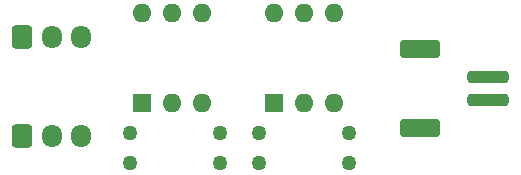
<source format=gbr>
%TF.GenerationSoftware,KiCad,Pcbnew,8.0.2-1*%
%TF.CreationDate,2024-06-03T07:22:45-07:00*%
%TF.ProjectId,H Bridge PCB,48204272-6964-4676-9520-5043422e6b69,rev?*%
%TF.SameCoordinates,Original*%
%TF.FileFunction,Soldermask,Top*%
%TF.FilePolarity,Negative*%
%FSLAX46Y46*%
G04 Gerber Fmt 4.6, Leading zero omitted, Abs format (unit mm)*
G04 Created by KiCad (PCBNEW 8.0.2-1) date 2024-06-03 07:22:45*
%MOMM*%
%LPD*%
G01*
G04 APERTURE LIST*
G04 Aperture macros list*
%AMRoundRect*
0 Rectangle with rounded corners*
0 $1 Rounding radius*
0 $2 $3 $4 $5 $6 $7 $8 $9 X,Y pos of 4 corners*
0 Add a 4 corners polygon primitive as box body*
4,1,4,$2,$3,$4,$5,$6,$7,$8,$9,$2,$3,0*
0 Add four circle primitives for the rounded corners*
1,1,$1+$1,$2,$3*
1,1,$1+$1,$4,$5*
1,1,$1+$1,$6,$7*
1,1,$1+$1,$8,$9*
0 Add four rect primitives between the rounded corners*
20,1,$1+$1,$2,$3,$4,$5,0*
20,1,$1+$1,$4,$5,$6,$7,0*
20,1,$1+$1,$6,$7,$8,$9,0*
20,1,$1+$1,$8,$9,$2,$3,0*%
G04 Aperture macros list end*
%ADD10C,1.270000*%
%ADD11R,1.600000X1.600000*%
%ADD12O,1.600000X1.600000*%
%ADD13RoundRect,0.250000X-0.600000X-0.725000X0.600000X-0.725000X0.600000X0.725000X-0.600000X0.725000X0*%
%ADD14O,1.700000X1.950000*%
%ADD15RoundRect,0.250000X-1.500000X0.250000X-1.500000X-0.250000X1.500000X-0.250000X1.500000X0.250000X0*%
%ADD16RoundRect,0.250001X-1.449999X0.499999X-1.449999X-0.499999X1.449999X-0.499999X1.449999X0.499999X0*%
G04 APERTURE END LIST*
D10*
%TO.C,U5*%
X125730000Y-98806000D03*
X125730000Y-101346000D03*
X133350000Y-101346000D03*
X133350000Y-98806000D03*
%TD*%
D11*
%TO.C,U4*%
X126761000Y-96266000D03*
D12*
X129301000Y-96266000D03*
X131841000Y-96266000D03*
X131841000Y-88646000D03*
X129301000Y-88646000D03*
X126761000Y-88646000D03*
%TD*%
D13*
%TO.C,J1*%
X116626000Y-90661000D03*
D14*
X119126000Y-90661000D03*
X121626000Y-90661000D03*
%TD*%
D13*
%TO.C,J2*%
X116626000Y-99043000D03*
D14*
X119126000Y-99043000D03*
X121626000Y-99043000D03*
%TD*%
D15*
%TO.C,J3*%
X156012000Y-93996000D03*
X156012000Y-95996000D03*
D16*
X150262000Y-91646000D03*
X150262000Y-98346000D03*
%TD*%
D11*
%TO.C,U3*%
X137937000Y-96256000D03*
D12*
X140477000Y-96256000D03*
X143017000Y-96256000D03*
X143017000Y-88636000D03*
X140477000Y-88636000D03*
X137937000Y-88636000D03*
%TD*%
D10*
%TO.C,U1*%
X136652000Y-98806000D03*
X136652000Y-101346000D03*
X144272000Y-101346000D03*
X144272000Y-98806000D03*
%TD*%
M02*

</source>
